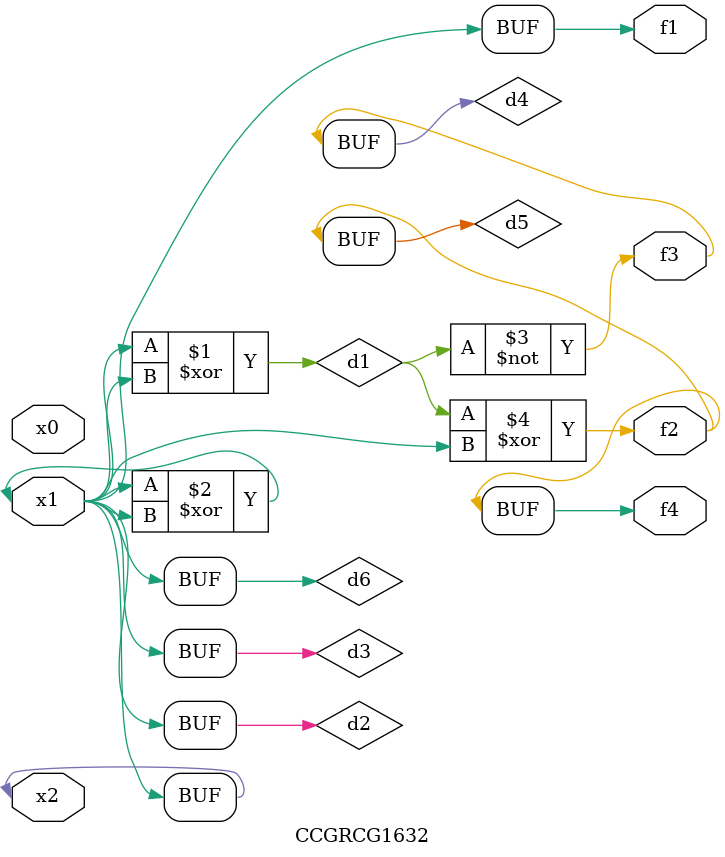
<source format=v>
module CCGRCG1632(
	input x0, x1, x2,
	output f1, f2, f3, f4
);

	wire d1, d2, d3, d4, d5, d6;

	xor (d1, x1, x2);
	buf (d2, x1, x2);
	xor (d3, x1, x2);
	nor (d4, d1);
	xor (d5, d1, d2);
	buf (d6, d2, d3);
	assign f1 = d6;
	assign f2 = d5;
	assign f3 = d4;
	assign f4 = d5;
endmodule

</source>
